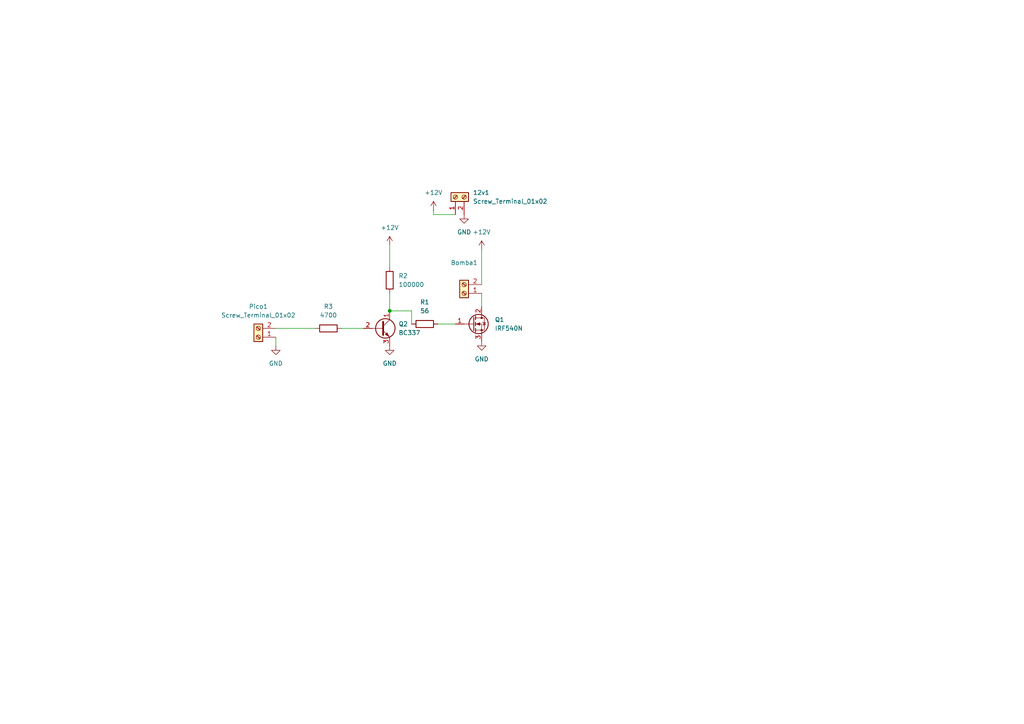
<source format=kicad_sch>
(kicad_sch (version 20250114) (generator "eeschema") (generator_version "9.0")
  (paper "A4")
  (lib_symbols
    (symbol "Connector:Screw_Terminal_01x02" (pin_names (offset 1.016) (hide yes))
      (property "Reference" "J" (at 0 2.54 0))
      (property "Value" "Screw_Terminal_01x02" (at 0 -5.08 0))
      (symbol "Screw_Terminal_01x02_1_1"
        (rectangle (start -1.27 1.27) (end 1.27 -3.81) (stroke (width 0.254)) (fill (type background)))
        (polyline (pts (xy -0.5334 0.3302) (xy 0.3302 -0.508)) (stroke (width 0.1524)))
        (polyline (pts (xy -0.5334 -2.2098) (xy 0.3302 -3.048)) (stroke (width 0.1524)))
        (polyline (pts (xy -0.3556 0.508) (xy 0.508 -0.3302)) (stroke (width 0.1524)))
        (polyline (pts (xy -0.3556 -2.032) (xy 0.508 -2.8702)) (stroke (width 0.1524)))
        (circle (center 0 0) (radius 0.635) (stroke (width 0.1524)))
        (circle (center 0 -2.54) (radius 0.635) (stroke (width 0.1524)))
        (pin passive line (at -5.08 0 0) (length 3.81) (name "Pin_1") (number "1"))
        (pin passive line (at -5.08 -2.54 0) (length 3.81) (name "Pin_2") (number "2"))
      )
    )
    (symbol "Device:R" (pin_numbers (hide yes)) (pin_names (offset 0))
      (property "Reference" "R" (at 2.032 0 90))
      (property "Value" "R" (at 0 0 90))
      (symbol "R_0_1"
        (rectangle (start -1.016 -2.54) (end 1.016 2.54) (stroke (width 0.254)))
      )
      (symbol "R_1_1"
        (pin passive line (at 0 3.81 270) (length 1.27) (name "~") (number "1"))
        (pin passive line (at 0 -3.81 90) (length 1.27) (name "~") (number "2"))
      )
    )
    (symbol "Transistor_BJT:BC337" (pin_names (offset 0) (hide yes))
      (property "Reference" "Q" (at 5.08 1.905 0))
      (property "Value" "BC337" (at 5.08 0 0))
      (symbol "BC337_0_1"
        (polyline (pts (xy -2.54 0) (xy 0.635 0)))
        (polyline (pts (xy 0.635 1.905) (xy 0.635 -1.905)) (stroke (width 0.508)))
        (circle (center 1.27 0) (radius 2.8194) (stroke (width 0.254)))
      )
      (symbol "BC337_1_1"
        (polyline (pts (xy 0.635 0.635) (xy 2.54 2.54)))
        (polyline (pts (xy 0.635 -0.635) (xy 2.54 -2.54)))
        (polyline (pts (xy 1.27 -1.778) (xy 1.778 -1.27) (xy 2.286 -2.286) (xy 1.27 -1.778)) (fill (type outline)))
        (pin input line (at -5.08 0 0) (length 2.54) (name "B") (number "2"))
        (pin passive line (at 2.54 5.08 270) (length 2.54) (name "C") (number "1"))
        (pin passive line (at 2.54 -5.08 90) (length 2.54) (name "E") (number "3"))
      )
    )
    (symbol "Transistor_FET:IRF540N" (pin_names (hide yes))
      (property "Reference" "Q" (at 5.08 1.905 0))
      (property "Value" "IRF540N" (at 5.08 0 0))
      (symbol "IRF540N_0_1"
        (polyline (pts (xy 0.254 1.905) (xy 0.254 -1.905)) (stroke (width 0.254)))
        (polyline (pts (xy 0.254 0) (xy -2.54 0)))
        (polyline (pts (xy 0.762 2.286) (xy 0.762 1.27)) (stroke (width 0.254)))
        (polyline (pts (xy 0.762 0.508) (xy 0.762 -0.508)) (stroke (width 0.254)))
        (polyline (pts (xy 0.762 -1.27) (xy 0.762 -2.286)) (stroke (width 0.254)))
        (polyline (pts (xy 0.762 -1.778) (xy 3.302 -1.778) (xy 3.302 1.778) (xy 0.762 1.778)))
        (polyline (pts (xy 1.016 0) (xy 2.032 0.381) (xy 2.032 -0.381) (xy 1.016 0)) (fill (type outline)))
        (circle (center 1.651 0) (radius 2.794) (stroke (width 0.254)))
        (polyline (pts (xy 2.54 2.54) (xy 2.54 1.778)))
        (circle (center 2.54 1.778) (radius 0.254) (fill (type outline)))
        (circle (center 2.54 -1.778) (radius 0.254) (fill (type outline)))
        (polyline (pts (xy 2.54 -2.54) (xy 2.54 0) (xy 0.762 0)))
        (polyline (pts (xy 2.794 0.508) (xy 2.921 0.381) (xy 3.683 0.381) (xy 3.81 0.254)))
        (polyline (pts (xy 3.302 0.381) (xy 2.921 -0.254) (xy 3.683 -0.254) (xy 3.302 0.381)))
      )
      (symbol "IRF540N_1_1"
        (pin input line (at -5.08 0 0) (length 2.54) (name "G") (number "1"))
        (pin passive line (at 2.54 5.08 270) (length 2.54) (name "D") (number "2"))
        (pin passive line (at 2.54 -5.08 90) (length 2.54) (name "S") (number "3"))
      )
    )
    (symbol "power:+12V" (power) (pin_numbers (hide yes)) (pin_names (offset 0) (hide yes))
      (property "Value" "+12V" (at 0 3.556 0))
      (symbol "+12V_0_1"
        (polyline (pts (xy -0.762 1.27) (xy 0 2.54)))
        (polyline (pts (xy 0 2.54) (xy 0.762 1.27)))
        (polyline (pts (xy 0 0) (xy 0 2.54)))
      )
      (symbol "+12V_1_1"
        (pin power_in line (at 0 0 90) (length 0) (name "~") (number "1"))
      )
    )
    (symbol "power:GND" (power) (pin_numbers (hide yes)) (pin_names (offset 0) (hide yes))
      (property "Value" "GND" (at 0 -3.81 0))
      (symbol "GND_0_1"
        (polyline (pts (xy 0 0) (xy 0 -1.27) (xy 1.27 -1.27) (xy 0 -2.54) (xy -1.27 -1.27) (xy 0 -1.27)))
      )
      (symbol "GND_1_1"
        (pin power_in line (at 0 0 270) (length 0) (name "~") (number "1"))
      )
    )
  )
  (junction (at 113.03 90.17))
  (wire (pts (xy 80.01 97.79) (xy 80.01 100.33)))
  (wire (pts (xy 113.03 85.09) (xy 113.03 90.17)))
  (wire (pts (xy 127 93.98) (xy 132.08 93.98)))
  (wire (pts (xy 99.06 95.25) (xy 105.41 95.25)))
  (wire (pts (xy 119.38 90.17) (xy 113.03 90.17)))
  (wire (pts (xy 113.03 77.47) (xy 113.03 71.12)))
  (wire (pts (xy 139.7 72.39) (xy 139.7 82.55)))
  (wire (pts (xy 80.01 95.25) (xy 91.44 95.25)))
  (wire (pts (xy 139.7 85.09) (xy 139.7 88.9)))
  (wire (pts (xy 125.73 62.23) (xy 132.08 62.23)))
  (wire (pts (xy 125.73 60.96) (xy 125.73 62.23)))
  (wire (pts (xy 119.38 93.98) (xy 119.38 90.17)))
  (symbol (lib_id "Transistor_FET:IRF540N") (at 137.16 93.98 0) (unit 1)
    (property "Reference" "Q1" (at 143.51 92.7099 0) (effects (justify left)))
    (property "Value" "IRF540N" (at 143.51 95.2499 0) (effects (justify left)))
    (property "Footprint" "Package_TO_SOT_THT:TO-220-3_Vertical" (effects (hide yes)))
    (property "Datasheet" "http://www.irf.com/product-info/datasheets/data/irf540n.pdf" (effects (hide yes)))
    (property "Description" "33A Id, 100V Vds, HEXFET N-Channel MOSFET, TO-220" (effects (hide yes)))
  )
  (symbol (lib_id "Connector:Screw_Terminal_01x02") (at 134.62 85.09 180) (unit 1)
    (property "Reference" "Bomba1" (at 134.62 76.2 0))
    (property "Value" "Screw_Terminal_01x02" (effects (hide yes)))
    (property "Footprint" "TerminalBlock:TerminalBlock_MaiXu_MX126-5.0-02P_1x02_P5.00mm" (effects (hide yes)))
    (property "Description" "Generic screw terminal, single row, 01x02, script generated (kicad-library-utils/schlib/autogen/connector/)" (effects (hide yes)))
  )
  (symbol (lib_id "Device:R") (at 123.19 93.98 90) (unit 1)
    (property "Reference" "R1" (at 123.19 87.63 90))
    (property "Value" "56" (at 123.19 90.17 90))
    (property "Footprint" "Resistor_THT:R_Box_L14.0mm_W5.0mm_P9.00mm" (effects (hide yes)))
    (property "Description" "Resistor" (effects (hide yes)))
  )
  (symbol (lib_id "power:+12V") (at 125.73 60.96 0) (unit 1)
    (property "Reference" "#PWR06" (effects (hide yes)))
    (property "Value" "+12V" (at 125.73 55.88 0))
    (property "Description" "Power symbol creates a global label with name \"+12V\"" (effects (hide yes)))
  )
  (symbol (lib_id "power:GND") (at 80.01 100.33 0) (unit 1)
    (property "Reference" "#PWR01" (effects (hide yes)))
    (property "Value" "GND" (at 80.01 105.41 0))
    (property "Description" "Power symbol creates a global label with name \"GND\" , ground" (effects (hide yes)))
  )
  (symbol (lib_id "Connector:Screw_Terminal_01x02") (at 74.93 97.79 180) (unit 1)
    (property "Reference" "Pico1" (at 74.93 88.9 0))
    (property "Value" "Screw_Terminal_01x02" (at 74.93 91.44 0))
    (property "Footprint" "TerminalBlock:TerminalBlock_MaiXu_MX126-5.0-02P_1x02_P5.00mm" (effects (hide yes)))
    (property "Description" "Generic screw terminal, single row, 01x02, script generated (kicad-library-utils/schlib/autogen/connector/)" (effects (hide yes)))
  )
  (symbol (lib_id "power:GND") (at 134.62 62.23 0) (unit 1)
    (property "Reference" "#PWR05" (effects (hide yes)))
    (property "Value" "GND" (at 134.62 67.31 0))
    (property "Description" "Power symbol creates a global label with name \"GND\" , ground" (effects (hide yes)))
  )
  (symbol (lib_id "Transistor_BJT:BC337") (at 110.49 95.25 0) (unit 1)
    (property "Reference" "Q2" (at 115.57 93.9799 0) (effects (justify left)))
    (property "Value" "BC337" (at 115.57 96.5199 0) (effects (justify left)))
    (property "Footprint" "Package_TO_SOT_THT:TO-92_Inline" (effects (hide yes)))
    (property "Datasheet" "https://diotec.com/tl_files/diotec/files/pdf/datasheets/bc337.pdf" (effects (hide yes)))
    (property "Description" "0.8A Ic, 45V Vce, NPN Transistor, TO-92" (effects (hide yes)))
  )
  (symbol (lib_id "power:+12V") (at 113.03 71.12 0) (unit 1)
    (property "Reference" "#PWR04" (effects (hide yes)))
    (property "Value" "+12V" (at 113.03 66.04 0))
    (property "Description" "Power symbol creates a global label with name \"+12V\"" (effects (hide yes)))
  )
  (symbol (lib_id "Device:R") (at 95.25 95.25 270) (unit 1)
    (property "Reference" "R3" (at 95.25 88.9 90))
    (property "Value" "4700" (at 95.25 91.44 90))
    (property "Footprint" "Resistor_THT:R_Box_L14.0mm_W5.0mm_P9.00mm" (effects (hide yes)))
    (property "Description" "Resistor" (effects (hide yes)))
  )
  (symbol (lib_id "power:+12V") (at 139.7 72.39 0) (unit 1)
    (property "Reference" "#PWR07" (effects (hide yes)))
    (property "Value" "+12V" (at 139.7 67.31 0))
    (property "Description" "Power symbol creates a global label with name \"+12V\"" (effects (hide yes)))
  )
  (symbol (lib_id "power:GND") (at 113.03 100.33 0) (unit 1)
    (property "Reference" "#PWR02" (effects (hide yes)))
    (property "Value" "GND" (at 113.03 105.41 0))
    (property "Description" "Power symbol creates a global label with name \"GND\" , ground" (effects (hide yes)))
  )
  (symbol (lib_id "Connector:Screw_Terminal_01x02") (at 132.08 57.15 90) (unit 1)
    (property "Reference" "12v1" (at 137.16 55.8799 90) (effects (justify right)))
    (property "Value" "Screw_Terminal_01x02" (at 137.16 58.4199 90) (effects (justify right)))
    (property "Footprint" "TerminalBlock:TerminalBlock_MaiXu_MX126-5.0-02P_1x02_P5.00mm" (effects (hide yes)))
    (property "Description" "Generic screw terminal, single row, 01x02, script generated (kicad-library-utils/schlib/autogen/connector/)" (effects (hide yes)))
  )
  (symbol (lib_id "power:GND") (at 139.7 99.06 0) (unit 1)
    (property "Reference" "#PWR03" (effects (hide yes)))
    (property "Value" "GND" (at 139.7 104.14 0))
    (property "Description" "Power symbol creates a global label with name \"GND\" , ground" (effects (hide yes)))
  )
  (symbol (lib_id "Device:R") (at 113.03 81.28 180) (unit 1)
    (property "Reference" "R2" (at 115.57 80.0099 0) (effects (justify right)))
    (property "Value" "100000" (at 115.57 82.5499 0) (effects (justify right)))
    (property "Footprint" "Resistor_THT:R_Box_L14.0mm_W5.0mm_P9.00mm" (effects (hide yes)))
    (property "Description" "Resistor" (effects (hide yes)))
  )
)
</source>
